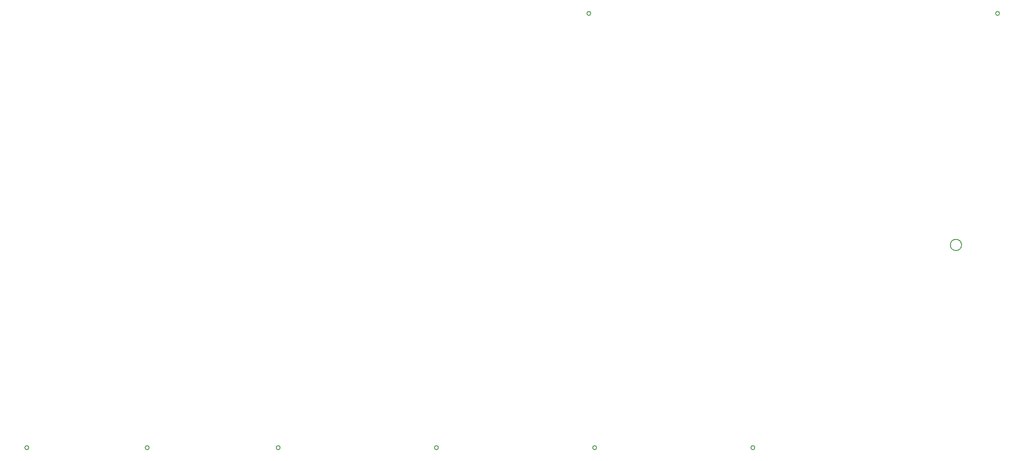
<source format=gbr>
%TF.GenerationSoftware,KiCad,Pcbnew,(5.1.9)-1*%
%TF.CreationDate,2021-05-20T16:46:48+02:00*%
%TF.ProjectId,AR2ISS_MainCTL_HW,41523249-5353-45f4-9d61-696e43544c5f,rev?*%
%TF.SameCoordinates,PXe448a9c0PYfd535690*%
%TF.FileFunction,Legend,Bot*%
%TF.FilePolarity,Positive*%
%FSLAX46Y46*%
G04 Gerber Fmt 4.6, Leading zero omitted, Abs format (unit mm)*
G04 Created by KiCad (PCBNEW (5.1.9)-1) date 2021-05-20 16:46:48*
%MOMM*%
%LPD*%
G01*
G04 APERTURE LIST*
%ADD10C,0.152400*%
%ADD11C,0.150000*%
G04 APERTURE END LIST*
D10*
%TO.C,J28*%
X121105933Y97790000D02*
G75*
G03*
X121105933Y97790000I-381000J0D01*
G01*
%TO.C,J22*%
X61266070Y13970000D02*
G75*
G03*
X61266070Y13970000I-381000J0D01*
G01*
%TO.C,J17*%
X152706065Y13970000D02*
G75*
G03*
X152706065Y13970000I-381000J0D01*
G01*
%TO.C,J4*%
X199845935Y97790000D02*
G75*
G03*
X199845935Y97790000I-381000J0D01*
G01*
D11*
%TO.C,J15*%
X192532091Y53100000D02*
G75*
G03*
X192532091Y53100000I-1082091J0D01*
G01*
D10*
%TO.C,J2*%
X36026067Y13970000D02*
G75*
G03*
X36026067Y13970000I-381000J0D01*
G01*
%TO.C,J1*%
X12826062Y13970000D02*
G75*
G03*
X12826062Y13970000I-381000J0D01*
G01*
%TO.C,J23*%
X91746070Y13970000D02*
G75*
G03*
X91746070Y13970000I-381000J0D01*
G01*
%TO.C,J5*%
X122226070Y13970000D02*
G75*
G03*
X122226070Y13970000I-381000J0D01*
G01*
%TD*%
M02*

</source>
